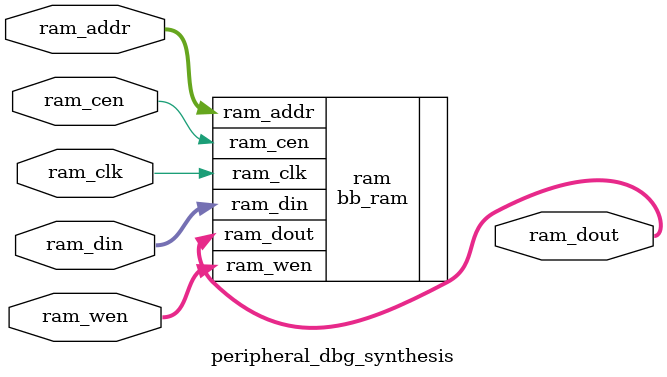
<source format=sv>

/* Copyright (c) 2015-2016 by the author(s)
 *
 * Redistribution and use in source and binary forms, with or without
 * modification, are permitted provided that the following conditions
 * are met:
 *     * Redistributions of source code must retain the above copyright
 *       notice, this list of conditions and the following disclaimer.
 *     * Redistributions in binary form must reproduce the above copyright
 *       notice, this list of conditions and the following disclaimer in the
 *       documentation and/or other materials provided with the distribution.
 *     * Neither the name of the authors nor the names of its contributors
 *       may be used to endorse or promote products derived from this software
 *       without specific prior written permission.
 *
 * THIS SOFTWARE IS PROVIDED BY THE COPYRIGHT HOLDERS AND CONTRIBUTORS "AS IS"
 * AND ANY EXPRESS OR IMPLIED WARRANTIES, INCLUDING, BUT NOT LIMITED TO, THE
 * IMPLIED WARRANTIES OF MERCHANTABILITY AND FITNESS FOR A PARTICULAR PURPOSE
 * ARE DISCLAIMED. IN NO EVENT SHALL THE COPYRIGHT HOLDER OR CONTRIBUTORS BE
 * LIABLE FOR ANY DIRECT, INDIRECT, INCIDENTAL, SPECIAL, EXEMPLARY,
 * OR CONSEQUENTIAL DAMAGES (INCLUDING, BUT NOT LIMITED TO, PROCUREMENT OF
 * SUBSTITUTE GOODS OR SERVICES; LOSS OF USE, DATA, OR PROFITS; OR BUSINESS
 * INTERRUPTION) HOWEVER CAUSED AND ON ANY THEORY OF LIABILITY, WHETHER IN
 * CONTRACT, STRICT LIABILITY, OR TORT (INCLUDING NEGLIGENCE OR OTHERWISE)
 * ARISING IN ANY WAY OUT OF THE USE OF THIS SOFTWARE, EVEN IF ADVISED OF
 * THE POSSIBILITY OF SUCH DAMAGE
 *
 * =============================================================================
 * Author(s):
 *   Olivier Girard <olgirard@gmail.com>
 *   Paco Reina Campo <pacoreinacampo@queenfield.tech>
 */

module peripheral_dbg_synthesis #(
  parameter AW       = 6,   // Address bus
  parameter DW       = 16,  // Data bus
  parameter MEM_SIZE = 256  // Memory size in bytes
) (
  input ram_clk,  // RAM clock

  input  [AW-1:0] ram_addr,  // RAM address
  output [DW-1:0] ram_dout,  // RAM data output
  input  [DW-1:0] ram_din,   // RAM data input
  input           ram_cen,   // RAM chip enable (low active)
  input  [   1:0] ram_wen    // RAM write enable (low active)
);

  //////////////////////////////////////////////////////////////////
  //
  // Module Body
  //

  //DUT AHB3
  bb_ram #(
    .AW      (AW),
    .DW      (DW),
    .MEM_SIZE(MEM_SIZE)
  ) ram (
    .ram_clk(ram_clk),

    .ram_addr(ram_addr),
    .ram_dout(ram_dout),
    .ram_din (ram_din),
    .ram_cen (ram_cen),
    .ram_wen (ram_wen)
  );
endmodule  // bb_ram

</source>
